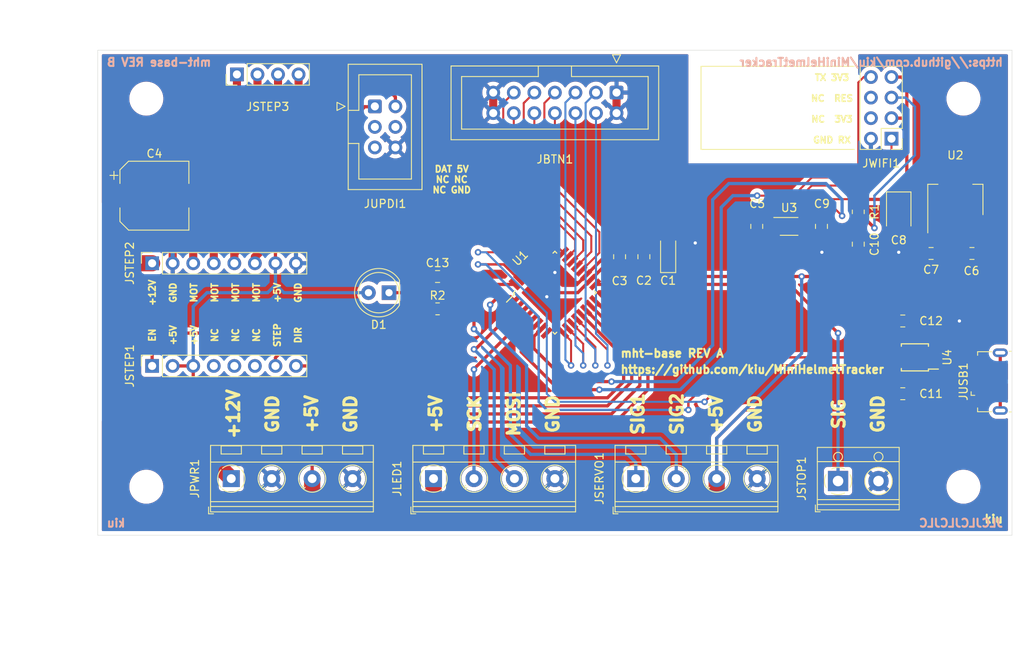
<source format=kicad_pcb>
(kicad_pcb (version 20211014) (generator pcbnew)
  (layers (0 "F.Cu" signal) (31 "B.Cu" signal) (34 "B.Paste" user) (35 "F.Paste" user) (36 "B.SilkS" user "B.Silkscreen") (37 "F.SilkS" user "F.Silkscreen") (38 "B.Mask" user) (39 "F.Mask" user) (44 "Edge.Cuts" user))
  (net 0 "")
  (net 1 "GND")
  (net 2 "+3V3")
  (net 3 "+5V")
  (net 4 "AMBIENT")
  (net 5 "+12V")
  (net 6 "Net-(C10-Pad1)")
  (net 7 "Net-(C11-Pad1)")
  (net 8 "BTN_LEAGUE")
  (net 9 "BTN_LEAGUE_LED")
  (net 10 "BTN_DIVISION")
  (net 11 "BTN_DIVISION_LED")
  (net 12 "BTN_CONFERENCE")
  (net 13 "BTN_CONFERENCE_LED")
  (net 14 "STEP_EN")
  (net 15 "STEP_STEP")
  (net 16 "STEP_DIR")
  (net 17 "BTN_PLAYOFFS")
  (net 18 "BTN_PLAYOFFS_LED")
  (net 19 "BTN_POWER")
  (net 20 "BTN_POWER_LED")
  (net 21 "SPI0_SCK")
  (net 22 "SPI0_MOSI")
  (net 23 "UPDI_DATA")
  (net 27 "USART0_RX")
  (net 28 "USART0_TX")
  (net 32 "Net-(JSTEP2-Pad3)")
  (net 33 "Net-(JSTEP2-Pad4)")
  (net 34 "Net-(JSTEP2-Pad5)")
  (net 35 "Net-(JSTEP2-Pad6)")
  (net 36 "Net-(JUSB1-Pad2)")
  (net 37 "Net-(JUSB1-Pad3)")
  (net 39 "unconnected-(JUSB1-Pad6)")
  (net 43 "USART1_TX")
  (net 44 "USART1_TX_3V3")
  (net 45 "USART1_RX_3V3")
  (net 46 "USART1_RX")
  (net 47 "SERVO_SIG1")
  (net 48 "SERVO_SIG2")
  (net 52 "STEP_STOP")
  (footprint "Capacitor_SMD:C_0805_2012Metric" (layer "F.Cu") (at 81 88)
    (fp_text reference "C13")
    (fp_text value "100nF")
  )
  (footprint "TerminalBlock_RND:TerminalBlock_RND_205-00047_1x04_P5.00mm_Horizontal" (layer "F.Cu") (at 80.5 113)
    (fp_text reference "JLED1")
    (fp_text value "Screw_Terminal_01x04")
  )
  (footprint "Resistor_SMD:R_0805_2012Metric" (layer "F.Cu") (at 81 92)
    (fp_text reference "R2")
    (fp_text value "10k")
  )
  (footprint "Connector_PinSocket_2.54mm:PinSocket_1x08_P2.54mm_Vertical" (layer "F.Cu") (at 45.72 99.06 90)
    (fp_text reference "JSTEP1")
    (fp_text value "Conn_01x08")
  )
  (footprint "Connector_PinSocket_2.54mm:PinSocket_1x08_P2.54mm_Vertical" (layer "F.Cu") (at 45.72 86.36 90)
    (fp_text reference "JSTEP2")
    (fp_text value "Conn_01x08")
  )
  (footprint "Capacitor_SMD:CP_Elec_8x10" (layer "F.Cu") (at 46 78)
    (fp_text reference "C4")
    (fp_text value "470uF")
  )
  (footprint "Capacitor_SMD:C_0805_2012Metric" (layer "F.Cu") (at 138.5 93.5 180)
    (fp_text reference "C12")
    (fp_text value "100nF")
  )
  (footprint "Capacitor_SMD:C_0805_2012Metric" (layer "F.Cu") (at 106.5 85.55 -90)
    (fp_text reference "C2")
    (fp_text value "100nF")
  )
  (footprint "Capacitor_SMD:C_0805_2012Metric" (layer "F.Cu") (at 138.5 102.5)
    (fp_text reference "C11")
    (fp_text value "10nF")
  )
  (footprint "TerminalBlock_RND:TerminalBlock_RND_205-00047_1x04_P5.00mm_Horizontal" (layer "F.Cu") (at 55.5 113)
    (fp_text reference "JPWR1")
    (fp_text value "Screw_Terminal_01x04")
  )
  (footprint "Package_SO:VSSOP-8_2.3x2mm_P0.5mm" (layer "F.Cu") (at 124.45 81.8)
    (fp_text reference "U3")
    (fp_text value "TXS0102DCU")
  )
  (footprint "MountingHole:MountingHole_3.2mm_M3" (layer "F.Cu") (at 146 66)
    (fp_text reference "H2" hide)
    (fp_text value "MountingHole")
  )
  (footprint "TerminalBlock_RND:TerminalBlock_RND_205-00012_1x02_P5.00mm_Horizontal" (layer "F.Cu") (at 130.5 113.3)
    (fp_text reference "JSTOP1")
    (fp_text value "Conn_01x02")
  )
  (footprint "MountingHole:MountingHole_3.2mm_M3" (layer "F.Cu") (at 45 66)
    (fp_text reference "H1" hide)
    (fp_text value "MountingHole")
  )
  (footprint "Capacitor_SMD:C_0805_2012Metric" (layer "F.Cu") (at 142 85.15)
    (fp_text reference "C7")
    (fp_text value "4.7uF")
  )
  (footprint "LED_THT:LED_D5.0mm" (layer "F.Cu") (at 75 90 180)
    (fp_text reference "D1")
    (fp_text value "LED")
  )
  (footprint "Capacitor_Tantalum_SMD:CP_EIA-3528-21_Kemet-B" (layer "F.Cu") (at 138 80 -90)
    (fp_text reference "C8")
    (fp_text value "100uF")
  )
  (footprint "Capacitor_SMD:C_0805_2012Metric" (layer "F.Cu") (at 120.45 81.8 -90)
    (fp_text reference "C5")
    (fp_text value "100nF")
  )
  (footprint "MountingHole:MountingHole_3.2mm_M3" (layer "F.Cu") (at 146 114)
    (fp_text reference "H3" hide)
    (fp_text value "MountingHole")
  )
  (footprint "Package_SO:MSOP-10_3x3mm_P0.5mm" (layer "F.Cu") (at 140 98 180)
    (fp_text reference "U4")
    (fp_text value "CH340E")
  )
  (footprint "Capacitor_SMD:C_0805_2012Metric" (layer "F.Cu") (at 133 84 -90)
    (fp_text reference "C10")
    (fp_text value "100nF")
  )
  (footprint "Capacitor_SMD:C_0805_2012Metric" (layer "F.Cu") (at 147.05 85.15)
    (fp_text reference "C6")
    (fp_text value "1uF")
  )
  (footprint "Connector_IDC:IDC-Header_2x07_P2.54mm_Vertical" (layer "F.Cu") (at 103.12 65.2475 -90)
    (fp_text reference "JBTN1")
    (fp_text value "Conn_02x07_Odd_Even")
  )
  (footprint "Connector_PinHeader_2.54mm:PinHeader_2x04_P2.54mm_Vertical" (layer "F.Cu") (at 137.105 70.95 180)
    (fp_text reference "JWIFI1")
    (fp_text value "Conn_02x04_Odd_Even")
  )
  (footprint "TerminalBlock_RND:TerminalBlock_RND_205-00047_1x04_P5.00mm_Horizontal" (layer "F.Cu") (at 105.5 113)
    (fp_text reference "JSERVO1")
    (fp_text value "Screw_Terminal_01x04")
  )
  (footprint "Capacitor_Tantalum_SMD:CP_EIA-3216-18_Kemet-A" (layer "F.Cu") (at 109.5 85.2 90)
    (fp_text reference "C1")
    (fp_text value "10uF")
  )
  (footprint "Resistor_SMD:R_0805_2012Metric" (layer "F.Cu") (at 133 80 -90)
    (fp_text reference "R1")
    (fp_text value "10k")
  )
  (footprint "Capacitor_SMD:C_0805_2012Metric" (layer "F.Cu") (at 128.45 81.8 -90)
    (fp_text reference "C9")
    (fp_text value "100nF")
  )
  (footprint "Package_TO_SOT_SMD:SOT-223-3_TabPin2" (layer "F.Cu") (at 145 78.5 90)
    (fp_text reference "U2")
    (fp_text value "AP7361C-33E")
  )
  (footprint "Package_QFP:TQFP-32_7x7mm_P0.8mm" (layer "F.Cu") (at 95.5 90 45)
    (fp_text reference "U1")
    (fp_text value "AVR64XX32")
  )
  (footprint "Connector_IDC:IDC-Header_2x03_P2.54mm_Vertical" (layer "F.Cu") (at 73.2475 66.955)
    (fp_text reference "JUPDI1")
    (fp_text value "Conn_02x03_Odd_Even")
  )
  (footprint "MountingHole:MountingHole_3.2mm_M3" (layer "F.Cu") (at 45 114)
    (fp_text reference "H4" hide)
    (fp_text value "MountingHole")
  )
  (footprint "kiu-footprints:GCT-USB3076-30-A" (layer "F.Cu") (at 152 101 90)
    (fp_text reference "JUSB1")
    (fp_text value "USB_B_Micro")
  )
  (footprint "Connector_PinHeader_2.54mm:PinHeader_1x04_P2.54mm_Vertical" (layer "F.Cu") (at 56.2 63 90)
    (fp_text reference "JSTEP3")
    (fp_text value "Conn_01x04")
  )
  (footprint "Capacitor_SMD:C_0805_2012Metric" (layer "F.Cu") (at 103.5 85.55 -90)
    (fp_text reference "C3")
    (fp_text value "10nF")
  )
  (gr_line (start 113.565 62) (end 113.565 72.28) (layer "F.SilkS") (width 0.12))
  (gr_line (start 132.5 62) (end 113.565 62) (layer "F.SilkS") (width 0.12))
  (gr_line (start 132.5 72.28) (end 113.565 72.28) (layer "F.SilkS") (width 0.12))
  (gr_line (start 39 60) (end 39 120) (layer "Edge.Cuts") (width 0.05))
  (gr_line (start 152 60) (end 39 60) (layer "Edge.Cuts") (width 0.05))
  (gr_line (start 152 60) (end 152 120) (layer "Edge.Cuts") (width 0.05))
  (gr_line (start 39 120) (end 152 120) (layer "Edge.Cuts") (width 0.05))
  (gr_text "JLCJLCJLCJLC" (at 151 118.5) (layer "B.SilkS") (effects (font (size 1 1) (thickness 0.25)) (justify left mirror)))
  (gr_text "kiu" (at 40 118.5) (layer "B.SilkS") (effects (font (size 1 1) (thickness 0.25)) (justify right mirror)))
  (gr_text "https://github.com/kiu/MiniHelmetTracker" (at 151 61.5) (layer "B.SilkS") (effects (font (size 1 1) (thickness 0.25)) (justify left mirror)))
  (gr_text "mht-base REV B" (at 40 61.5) (layer "B.SilkS") (effects (font (size 1 1) (thickness 0.25)) (justify right mirror)))
  (gr_text "SIG1\n\nSIG2\n\n+5V\n\nGND" (at 113 105 90) (layer "F.SilkS") (effects (font (size 1.5 1.5) (thickness 0.375))))
  (gr_text "kiu" (at 151 118) (layer "F.SilkS") (effects (font (size 1 1) (thickness 0.25)) (justify right)))
  (gr_text "mht-base REV A" (at 103.5 97.5) (layer "F.SilkS") (effects (font (size 1 1) (thickness 0.25)) (justify left)))
  (gr_text "https://github.com/kiu/MiniHelmetTracker" (at 103.5 99.5) (layer "F.SilkS") (effects (font (size 1 1) (thickness 0.25)) (justify left)))
  (gr_text "DAT 5V\nNC NC\nNC GND" (at 82.75 76) (layer "F.SilkS") (effects (font (size 0.8 0.8) (thickness 0.2))))
  (gr_text "EN\n\n+5V\n\n+5V\n\nNC\n\nNC\n\nNC\n\nSTEP\n\nDIR" (at 54.75 95.25 90) (layer "F.SilkS") (effects (font (size 0.8 0.8) (thickness 0.2))))
  (gr_text "+12V\n\nGND\n\n+5V\n\nGND" (at 63 105 90) (layer "F.SilkS") (effects (font (size 1.5 1.5) (thickness 0.375))))
  (gr_text "+12V\n\nGND\n\nMOT\n\nMOT\n\nMOT\n\nMOT\n\n+5V\n\nGND" (at 54.75 90 90) (layer "F.SilkS") (effects (font (size 0.8 0.8) (thickness 0.2))))
  (gr_text "+5V\n\nSCK\n\nMOSI\n\nGND" (at 88 105 90) (layer "F.SilkS") (effects (font (size 1.5 1.5) (thickness 0.375))))
  (gr_text "TX 3V3\n\nNC  RES\n\nNC  3V3\n\nGND RX" (at 129.75 67.25) (layer "F.SilkS") (effects (font (size 0.8 0.8) (thickness 0.2))))
  (gr_text "SIG\n\nGND" (at 133 105 90) (layer "F.SilkS") (effects (font (size 1.5 1.5) (thickness 0.375))))
  (segment (start 106.5 84.6) (end 108.75 84.6) (width 0.4) (layer "F.Cu") (net 1))
  (segment (start 108.75 84.6) (end 109.5 83.85) (width 0.4) (layer "F.Cu") (net 1))
  (segment (start 63.5 84.5) (end 63.5 86.36) (width 0.4) (layer "F.Cu") (net 1))
  (segment (start 122.9 81.55) (end 121.15 81.55) (width 0.25) (layer "F.Cu") (net 1))
  (segment (start 145.5 97.5) (end 145 98) (width 0.4) (layer "F.Cu") (net 1))
  (segment (start 118.5 83.5) (end 119 84) (width 0.25) (layer "F.Cu") (net 1))
  (segment (start 119.15 80.85) (end 118.5 81.5) (width 0.25) (layer "F.Cu") (net 1))
  (segment (start 128 84) (end 128.45 83.55) (width 0.25) (layer "F.Cu") (net 1))
  (segment (start 99.353732 87.843324) (end 102.597056 84.6) (width 0.4) (layer "F.Cu") (net 1))
  (segment (start 146.7 99.7) (end 145 98) (width 0.25) (layer "F.Cu") (net 1))
  (segment (start 138 85) (end 133.05 85) (width 0.4) (layer "F.Cu") (net 1))
  (segment (start 147.9 99.7) (end 146.7 99.7) (width 0.25) (layer "F.Cu") (net 1))
  (segment (start 94.5 89.565686) (end 94.5 90.5) (width 0.4) (layer "F.Cu") (net 1))
  (segment (start 118.5 81.5) (end 118.5 83.5) (width 0.25) (layer "F.Cu") (net 1))
  (segment (start 128 84) (end 128.5 84.5) (width 0.25) (layer "F.Cu") (net 1))
  (segment (start 133.05 85) (end 133 84.95) (width 0.4) (layer "F.Cu") (net 1))
  (segment (start 119 84) (end 128 84) (width 0.25) (layer "F.Cu") (net 1))
  (segment (start 142.2 98) (end 145 98) (width 0.25) (layer "F.Cu") (net 1))
  (segment (start 65 83) (end 63.5 84.5) (width 0.4) (layer "F.Cu") (net 1))
  (segment (start 102.597056 84.6) (end 103.5 84.6) (width 0.4) (layer "F.Cu") (net 1))
  (segment (start 87.88 65.2125) (end 87.88 67.7525) (width 1) (layer "F.Cu") (net 1))
  (segment (start 92.211953 87.277639) (end 87.934314 83) (width 0.4) (layer "F.Cu") (net 1))
  (segment (start 103.5 84.6) (end 106.5 84.6) (width 0.4) (layer "F.Cu") (net 1))
  (segment (start 128.45 83.55) (end 128.45 82.75) (width 0.25) (layer "F.Cu") (net 1))
  (segment (start 140.9 85) (end 141.05 85.15) (width 0.4) (layer "F.Cu") (net 1))
  (segment (start 48.26 86.36) (end 48.26 78.99) (width 1) (layer "F.Cu") (net 1))
  (segment (start 145.5 87) (end 146.1 86.4) (width 0.4) (layer "F.Cu") (net 1))
  (segment (start 109.5 83.85) (end 112.85 83.85) (width 0.4) (layer "F.Cu") (net 1))
  (segment (start 138 85) (end 140 87) (width 0.4) (layer "F.Cu") (net 1))
  (segment (start 48.26 78.99) (end 49.25 78) (width 1) (layer "F.Cu") (net 1))
  (segment (start 120.45 80.85) (end 119.15 80.85) (width 0.25) (layer "F.Cu") (net 1))
  (segment (start 87.934314 83) (end 65 83) (width 0.4) (layer "F.Cu") (net 1))
  (segment (start 97 89) (end 95.5 87.5) (width 0.4) (layer "F.Cu") (net 1))
  (segment (start 145.5 93.5) (end 139.45 93.5) (width 0.4) (layer "F.Cu") (net 1))
  (segment (start 138 81.5375) (end 138 85) (width 0.4) (layer "F.Cu") (net 1))
  (segment (start 140 87) (end 145.5 87) (width 0.4) (layer "F.Cu") (net 1))
  (segment (start 98.197056 89) (end 97 89) (width 0.4) (layer "F.Cu") (net 1))
  (segment (start 103.12 65.2125) (end 103.12 67.7525) (width 1) (layer "F.Cu") (net 1))
  (segment (start 121.15 81.55) (end 120.45 80.85) (width 0.25) (layer "F.Cu") (net 1))
  (segment (start 145.5 93.5) (end 145.5 97.5) (width 0.4) (layer "F.Cu") (net 1))
  (segment (start 99.353732 87.843324) (end 98.197056 89) (width 0.4) (layer "F.Cu") (net 1))
  (segment (start 138 85) (end 140.9 85) (width 0.4) (layer "F.Cu") (net 1))
  (segment (start 146.1 86.4) (end 146.1 85.15) (width 0.4) (layer "F.Cu") (net 1))
  (segment (start 128.5 84.5) (end 128.5 85) (width 0.25) (layer "F.Cu") (net 1))
  (segment (start 92.211953 87.277639) (end 94.5 89.565686) (width 0.4) (layer "F.Cu") (net 1))
  (via (at 95.5 87.5) (size 0.8) (drill 0.4) (layers "F.Cu" "B.Cu") (net 1))
  (via (at 145.5 93.5) (size 0.8) (drill 0.4) (layers "F.Cu" "B.Cu") (net 1))
  (via (at 128.5 85) (size 0.8) (drill 0.4) (layers "F.Cu" "B.Cu") (net 1))
  (via (at 112.85 83.85) (size 0.8) (drill 0.4) (layers "F.Cu" "B.Cu") (net 1))
  (via (at 138 85) (size 0.8) (drill 0.4) (layers "F.Cu" "B.Cu") (net 1))
  (via (at 94.5 90.5) (size 0.8) (drill 0.4) (layers "F.Cu" "B.Cu") (net 1))
  (segment (start 94.5 90.5) (end 94.5 88.5) (width 0.4) (layer "B.Cu") (net 1))
  (segment (start 94.5 88.5) (end 95.5 87.5) (width 0.4) (layer "B.Cu") (net 1))
  (segment (start 127.075 82.425) (end 126.7 82.05) (width 0.25) (layer "F.Cu") (net 2))
  (segment (start 139 77.4625) (end 138 78.4625) (width 0.4) (layer "F.Cu") (net 2))
  (segment (start 126.932148 78.432148) (end 124.949511 80.414785) (width 0.25) (layer "F.Cu") (net 2))
  (segment (start 139 69) (end 138.41 68.41) (width 0.4) (layer "F.Cu") (net 2))
  (segment (start 145 81.65) (end 145 83.15) (width 0.4) (layer "F.Cu") (net 2))
  (segment (start 124.949511 80.414785) (end 124.949511 81.834237) (width 0.25) (layer "F.Cu") (net 2))
  (segment (start 133.625 78.4625) (end 133 79.0875) (width 0.4) (layer "F.Cu") (net 2))
  (segment (start 138.33 63.33) (end 139 64) (width 0.4) (layer "F.Cu") (net 2))
  (segment (start 127.075 82.925) (end 127.075 82.425) (width 0.25) (layer "F.Cu") (net 2))
  (segment (start 145 75.35) (end 145 81.65) (width 0.4) (layer "F.Cu") (net 2))
  (segment (start 143 85.15) (end 142.95 85.15) (width 0.4) (layer "F.Cu") (net 2))
  (segment (start 122.9 82.05) (end 121.15 82.05) (width 0.25) (layer "F.Cu") (net 2))
  (segment (start 137.105 63.33) (end 138.33 63.33) (width 0.4) (layer "F.Cu") (net 2))
  (segment (start 139 71) (end 139 77.4625) (width 0.4) (layer "F.Cu") (net 2))
  (segment (start 120.45 82.75) (end 121.2 83.5) (width 0.25) (layer "F.Cu") (net 2))
  (segment (start 145 75.35) (end 141.1125 75.35) (width 0.4) (layer "F.Cu") (net 2))
  (segment (start 132.344648 78.432148) (end 126.932148 78.432148) (width 0.25) (layer "F.Cu") (net 2))
  (segment (start 126.7 82.05) (end 126 82.05) (width 0.25) (layer "F.Cu") (net 2))
  (segment (start 141.1125 75.35) (end 139 77.4625) (width 0.4) (layer "F.Cu") (net 2))
  (segment (start 124.949511 81.834237) (end 125.165274 82.05) (width 0.25) (layer "F.Cu") (net 2))
  (segment (start 139 64) (end 139 69) (width 0.4) (layer "F.Cu") (net 2))
  (segment (start 138 78.4625) (end 133.625 78.4625) (width 0.4) (layer "F.Cu") (net 2))
  (segment (start 121.2 83.5) (end 126.5 83.5) (width 0.25) (layer "F.Cu") (net 2))
  (segment (start 145 83.15) (end 143 85.15) (width 0.4) (layer "F.Cu") (net 2))
  (segment (start 133 79.0875) (end 132.344648 78.432148) (width 0.25) (layer "F.Cu") (net 2))
  (segment (start 139 69) (end 139 71) (width 0.4) (layer "F.Cu") (net 2))
  (segment (start 126.5 83.5) (end 127.075 82.925) (width 0.25) (layer "F.Cu") (net 2))
  (segment (start 138.41 68.41) (end 137.105 68.41) (width 0.4) (layer "F.Cu") (net 2))
  (segment (start 125.165274 82.05) (end 126 82.05) (width 0.25) (layer "F.Cu") (net 2))
  (segment (start 121.15 82.05) (end 120.45 82.75) (width 0.25) (layer "F.Cu") (net 2))
  (segment (start 77.923918 81.923918) (end 87.989604 81.923918) (width 0.4) (layer "F.Cu") (net 3))
  (segment (start 139.5 104) (end 139.5 102.55) (width 0.4) (layer "F.Cu") (net 3))
  (segment (start 110.95 88) (end 129 88) (width 0.4) (layer "F.Cu") (net 3))
  (segment (start 75.7875 65.7875) (end 75 65) (width 0.4) (layer "F.Cu") (net 3))
  (segment (start 65.5 113) (end 65.5 115.5) (width 2) (layer "F.Cu") (net 3))
  (segment (start 134.95 91.95) (end 134.95 94.45) (width 0.4) (layer "F.Cu") (net 3))
  (segment (start 75.5 118) (end 79 118) (width 2) (layer "F.Cu") (net 3))
  (segment (start 75.7875 66.955) (end 75.7875 65.7875) (width 0.4) (layer "F.Cu") (net 3))
  (segment (start 134.95 94.45) (end 134.95 95.95) (width 0.4) (layer "F.Cu") (net 3))
  (segment (start 129 88) (end 131 88) (width 0.4) (layer "F.Cu") (net 3))
  (segment (start 72 65) (end 70 67) (width 0.4) (layer "F.Cu") (net 3))
  (segment (start 109.5 86.55) (end 110.95 88) (width 0.4) (layer "F.Cu") (net 3))
  (segment (start 128.45 80.85) (end 129.35 80.85) (width 0.25) (layer "F.Cu") (net 3))
  (segment (start 70 74) (end 77.923918 81.923918) (width 0.4) (layer "F.Cu") (net 3))
  (segment (start 148 85.15) (end 148 82.35) (width 0.4) (layer "F.Cu") (net 3))
  (segment (start 114 118) (end 115.5 116.5) (width 2) (layer "F.Cu") (net 3))
  (segment (start 64.076082 81.923918) (end 77.923918 81.923918) (width 0.4) (layer "F.Cu") (net 3))
  (segment (start 126 81.55) (end 127.75 81.55) (width 0.25) (layer "F.Cu") (net 3))
  (segment (start 92.777639 86.711953) (end 96.065686 90) (width 0.4) (layer "F.Cu") (net 3))
  (segment (start 135.9 93.5) (end 137.55 93.5) (width 0.4) (layer "F.Cu") (net 3))
  (segment (start 115.5 116.5) (end 115.5 113) (width 2) (layer "F.Cu") (net 3))
  (segment (start 65.5 113) (end 65.5 110.5) (width 0.4) (layer "F.Cu") (net 3))
  (segment (start 80.5 113) (end 80.5 116.5) (width 2) (layer "F.Cu") (net 3))
  (segment (start 131 88) (end 134.95 91.95) (width 0.4) (layer "F.Cu") (net 3))
  (segment (start 65.5 115.5) (end 68 118) (width 2) (layer "F.Cu") (net 3))
  (segment (start 80.5 116.5) (end 79 118) (width 2) (layer "F.Cu") (net 3))
  (segment (start 50.8 99.06) (end 50.8 101.8) (width 0.4) (layer "F.Cu") (net 3))
  (segment (start 136.5 97.5) (end 134.95 95.95) (width 0.25) (layer "F.Cu") (net 3))
  (segment (start 131 88) (end 146.5 88) (width 0.4) (layer "F.Cu") (net 3))
  (segment (start 139.5 102.55) (end 139.45 102.5) (width 0.4) (layer "F.Cu") (net 3))
  (segment (start 65.5 110.5) (end 58 103) (width 0.4) (layer "F.Cu") (net 3))
  (segment (start 70 67) (end 70 74) (width 0.4) (layer "F.Cu") (net 3))
  (segment (start 129.35 80.85) (end 130 81.5) (width 0.25) (layer "F.Cu") (net 3))
  (segment (start 106.5 86.5) (end 109.45 86.5) (width 0.4) (layer "F.Cu") (net 3))
  (segment (start 119 104.5) (end 139 104.5) (width 0.4) (layer "F.Cu") (net 3))
  (segment (start 48.26 99.06) (end 50.8 99.06) (width 0.4) (layer "F.Cu") (net 3))
  (segment (start 134.95 94.45) (end 135.9 93.5) (width 0.4) (layer "F.Cu") (net 3))
  (segment (start 50.8 101.8) (end 52 103) (width 0.4) (layer "F.Cu") (net 3))
  (segment (start 118.75 104.75) (end 119 104.5) (width 0.4) (layer "F.Cu") (net 3))
  (segment (start 79 118) (end 114 118) (width 2) (layer "F.Cu") (net 3))
  (segment (start 148 82.35) (end 147.3 81.65) (width 0.4) (layer "F.Cu") (net 3))
  (segment (start 115.5 108) (end 118.75 104.75) (width 0.4) (layer "F.Cu") (net 3))
  (segment (start 101.828427 86.5) (end 99.919417 88.40901) (width 0.4) (layer "F.Cu") (net 3))
  (segment (start 130 81.5) (end 130 87) (width 0.25) (layer "F.Cu") (net 3))
  (segment (start 52 103) (end 58 103) (width 0.4) (layer "F.Cu") (net 3))
  (segment (start 127.75 81.55) (end 128.45 80.85) (width 0.25) (layer "F.Cu") (net 3))
  (segment (start 146.5 88) (end 148 86.5) (width 0.4) (layer "F.Cu") (net 3))
  (segment (start 109.45 86.5) (end 109.5 86.55) (width 0.4) (layer "F.Cu") (net 3))
  (segment (start 96.065686 90) (end 98.328426 90) (width 0.4) (layer "F.Cu") (net 3))
  (segment (start 68 118) (end 75.5 118) (width 2) (layer "F.Cu") (net 3))
  (segment (start 137.8 97.5) (end 136.5 97.5) (width 0.25) (layer "F.Cu") (net 3))
  (segment (start 130 87) (end 129 88) (width 0.25) (layer "F.Cu") (net 3))
  (segment (start 115.5 113) (end 115.5 108) (width 0.4) (layer "F.Cu") (net 3))
  (segment (start 87.989604 81.923918) (end 92.777639 86.711953) (width 0.4) (layer "F.Cu") (net 3))
  (segment (start 148 86.5) (end 148 85.15) (width 0.4) (layer "F.Cu") (net 3))
  (segment (start 98.328426 90) (end 99.919417 88.40901) (width 0.4) (layer "F.Cu") (net 3))
  (segment (start 103.5 86.5) (end 106.5 86.5) (width 0.4) (layer "F.Cu") (net 3))
  (segment (start 139 104.5) (end 139.5 104) (width 0.4) (layer "F.Cu") (net 3))
  (segment (start 75 65) (end 72 65) (width 0.4) (layer "F.Cu") (net 3))
  (segment (start 103.5 86.5) (end 101.828427 86.5) (width 0.4) (layer "F.Cu") (net 3))
  (segment (start 60.96 86.36) (end 60.96 85.04) (width 0.4) (layer "F.Cu") (net 3))
  (segment (start 60.96 85.04) (end 64.076082 81.923918) (width 0.4) (layer "F.Cu") (net 3))
  (via (at 126 88) (size 0.8) (drill 0.4) (layers "F.Cu" "B.Cu") (net 3))
  (segment (start 60.96 88.96) (end 62 90) (width 0.4) (layer "B.Cu") (net 3))
  (segment (start 126 97.5) (end 126 88) (width 0.4) (layer "B.Cu") (net 3))
  (segment (start 50.8 91.7) (end 52.5 90) (width 0.4) (layer "B.Cu") (net 3))
  (segment (start 60.96 89.04) (end 60.96 88.96) (width 0.4) (layer "B.Cu") (net 3))
  (segment (start 52.5 90) (end 60 90) (width 0.4) (layer "B.Cu") (net 3))
  (segment (start 60 90) (end 60.96 89.04) (width 0.4) (layer "B.Cu") (net 3))
  (segment (start 50.8 99.06) (end 50.8 91.7) (width 0.4) (layer "B.Cu") (net 3))
  (segment (start 60.96 86.36) (end 60.96 88.96) (width 0.4) (layer "B.Cu") (net 3))
  (segment (start 62 90) (end 72.46 90) (width 0.4) (layer "B.Cu") (net 3))
  (segment (start 115.5 108) (end 126 97.5) (width 0.4) (layer "B.Cu") (net 3))
  (segment (start 115.5 113) (end 115.5 108) (width 0.4) (layer "B.Cu") (net 3))
  (segment (start 79 90) (end 80.05 88.95) (width 0.4) (layer "F.Cu") (net 4))
  (segment (start 80.0875 92) (end 80.0875 91.0875) (width 0.4) (layer "F.Cu") (net 4))
  (segment (start 80.05 88.95) (end 80.05 88) (width 0.4) (layer "F.Cu") (net 4))
  (segment (start 75 90) (end 79 90) (width 0.4) (layer "F.Cu") (net 4))
  (segment (start 102 103) (end 84.5 103) (width 0.4) (layer "F.Cu") (net 4))
  (segment (start 98.788047 92.722361) (end 104 97.934314) (width 0.4) (layer "F.Cu") (net 4))
  (segment (start 80.0875 91.0875) (end 79 90) (width 0.4) (layer "F.Cu") (net 4))
  (segment (start 80.0875 98.5875) (end 80.0875 92) (width 0.4) (layer "F.Cu") (net 4))
  (segment (start 84.5 103) (end 80.0875 98.5875) (width 0.4) (layer "F.Cu") (net 4))
  (segment (start 104 97.934314) (end 104 101) (width 0.4) (layer "F.Cu") (net 4))
  (segment (start 104 101) (end 102 103) (width 0.4) (layer "F.Cu") (net 4))
  (segment (start 41 105) (end 41 89) (width 2) (layer "F.Cu") (net 5))
  (segment (start 43 107) (end 41 105) (width 2) (layer "F.Cu") (net 5))
  (segment (start 45.72 86.36) (end 43.64 86.36) (width 2) (layer "F.Cu") (net 5))
  (segment (start 55.5 113) (end 49.5 107) (width 2) (layer "F.Cu") (net 5))
  (segment (start 49.5 107) (end 43 107) (width 2) (layer "F.Cu") (net 5))
  (segment (start 41 79.75) (end 42.75 78) (width 2) (layer "F.Cu") (net 5))
  (segment (start 41 89) (end 41 79.75) (width 2) (layer "F.Cu") (net 5))
  (segment (start 43.64 86.36) (end 41 89) (width 2) (layer "F.Cu") (net 5))
  (segment (start 133 80.9125) (end 133.9125 80.9125) (width 0.4) (layer "F.Cu") (net 6))
  (segment (start 133 83.05) (end 133 80.9125) (width 0.4) (layer "F.Cu") (net 6))
  (segment (start 133.9125 80.9125) (end 135 82) (width 0.4) (layer "F.Cu") (net 6))
  (via (at 135 82) (size 0.8) (drill 0.4) (layers "F.Cu" "B.Cu") (net 6))
  (segment (start 140 73) (end 137 76) (width 0.3) (layer "B.Cu") (net 6))
  (segment (start 136.5 76.5) (end 135 78) (width 0.3) (layer "B.Cu") (net 6))
  (segment (start 138.87 65.87) (end 140 67) (width 0.3) (layer "B.Cu") (net 6))
  (segment (start 135 78) (end 135 82) (width 0.3) (layer "B.Cu") (net 6))
  (segment (start 140 67) (end 140 68.765) (width 0.3) (layer "B.Cu") (net 6))
  (segment (start 140 68.765) (end 140 73) (width 0.3) (layer "B.Cu") (net 6))
  (segment (start 137.105 65.87) (end 138.87 65.87) (width 0.3) (layer "B.Cu") (net 6))
  (segment (start 137 76) (end 136.5 76.5) (width 0.3) (layer "B.Cu") (net 6))
  (segment (start 137.8 99) (end 137.8 102.25) (width 0.25) (layer "F.Cu") (net 7))
  (segment (start 137.8 102.25) (end 137.55 102.5) (width 0.25) (layer "F.Cu") (net 7))
  (segment (start 95.5 65.2475) (end 94.2 66.5475) (width 0.25) (layer "F.Cu") (net 8))
  (segment (start 100 84.934314) (end 98.222361 86.711953) (width 0.25) (layer "F.Cu") (net 8))
  (segment (start 94.2 77.2) (end 100 83) (width 0.25) (layer "F.Cu") (net 8))
  (segment (start 94.2 66.5475) (end 94.2 77.2) (width 0.25) (layer "F.Cu") (net 8))
  (segment (start 100 83) (end 100 84.934314) (width 0.25) (layer "F.Cu") (net 8))
  (segment (start 101 85.065686) (end 98.788047 87.277639) (width 0.25) (layer "F.Cu") (net 9))
  (segment (start 95.5 77) (end 95.5 67.7875) (width 0.25) (layer "F.Cu") (net 9))
  (segment (start 101 82.5) (end 101 85.065686) (width 0.25) (layer "F.Cu") (net 9))
  (segment (start 101 82.5) (end 95.5 77) (width 0.25) (layer "F.Cu") (net 9))
  (segment (start 89.254899 79.795101) (end 94.474695 85.014897) (width 0.25) (layer "F.Cu") (net 10))
  (segment (start 89.1175 79.657702) (end 89.254899 79.795101) (width 0.25) (layer "F.Cu") (net 10))
  (segment (start 89.1175 66.55) (end 90.42 65.2475) (width 0.25) (layer "F.Cu") (net 10))
  (segment (start 89.1175 66.55) (end 89.1175 79.657702) (width 0.25) (layer "F.Cu") (net 10))
  (segment (start 90.42 78.909592) (end 90.42 67.7875) (width 0.25) (layer "F.Cu") (net 11))
  (segment (start 96.525305 85.014897) (end 90.42 78.909592) (width 0.25) (layer "F.Cu") (net 11))
  (segment (start 91.785489 66.422011) (end 91.777989 66.422011) (width 0.25) (layer "F.Cu") (net 12))
  (segment (start 91.65 66.55) (end 91.65 77.15) (width 0.25) (layer "F.Cu") (net 12))
  (segment (start 91.65 77.15) (end 98 83.5) (width 0.25) (layer "F.Cu") (net 12))
  (segment (start 98 84.671573) (end 97.09099 85.580583) (width 0.25) (layer "F.Cu") (net 12))
  (segment (start 98 83.5) (end 98 84.671573) (width 0.25) (layer "F.Cu") (net 12))
  (segment (start 92.96 65.2475) (end 91.785489 66.422011) (width 0.25) (layer "F.Cu") (net 12))
  (segment (start 91.777989 66.422011) (end 91.65 66.55) (width 0.25) (layer "F.Cu") (net 12))
  (segment (start 92.96 77.46) (end 92.96 67.7875) (width 0.25) (layer "F.Cu") (net 13))
  (segment (start 99 84.802944) (end 99 83.5) (width 0.25) (layer "F.Cu") (net 13))
  (segment (start 97.656676 86.146268) (end 99 84.802944) (width 0.25) (layer "F.Cu") (net 13))
  (segment (start 99 83.5) (end 92.96 77.46) (width 0.25) (layer "F.Cu") (net 13))
  (segment (start 102 104) (end 83.5 104) (width 0.4) (layer "F.Cu") (net 14))
  (segment (start 105 101) (end 102 104) (width 0.4) (layer "F.Cu") (net 14))
  (segment (start 45.72 96.28) (end 45.72 99.06) (width 0.4) (layer "F.Cu") (net 14))
  (segment (start 83.5 104) (end 74.5 95) (width 0.4) (layer "F.Cu") (net 14))
  (segment (start 99.353732 92.156676) (end 105 97.802944) (width 0.4) (layer "F.Cu") (net 14))
  (segment (start 47 95) (end 45.72 96.28) (width 0.4) (layer "F.Cu") (net 14))
  (segment (start 105 97.802944) (end 105 101) (width 0.4) (layer "F.Cu") (net 14))
  (segment (start 74.5 95) (end 47 95) (width 0.4) (layer "F.Cu") (net 14))
  (segment (start 102.5 105) (end 82.5 105) (width 0.4) (layer "F.Cu") (net 15))
  (segment (start 82.5 105) (end 74.5 97) (width 0.4) (layer "F.Cu") (net 15))
  (segment (start 60.96 98.04) (end 60.96 99.06) (width 0.4) (layer "F.Cu") (net 15))
  (segment (start 106 101.5) (end 102.5 105) (width 0.4) (layer "F.Cu") (net 15))
  (segment (start 74.5 97) (end 62 97) (width 0.4) (layer "F.Cu") (net 15))
  (segment (start 62 97) (end 60.96 98.04) (width 0.4) (layer "F.Cu") (net 15))
  (segment (start 99.919417 91.59099) (end 106 97.671573) (width 0.4) (layer "F.Cu") (net 15))
  (segment (start 106 97.671573) (end 106 101.5) (width 0.4) (layer "F.Cu") (net 15))
  (segment (start 107 97.540202) (end 107 102) (width 0.4) (layer "F.Cu") (net 16))
  (segment (start 107 102) (end 103 106) (width 0.4) (layer "F.Cu") (net 16))
  (segment (start 103 106) (end 81.5 106) (width 0.4) (layer "F.Cu") (net 16))
  (segment (start 100.485103 91.025305) (end 107 97.540202) (width 0.4) (layer "F.Cu") (net 16))
  (segment (start 74.56 99.06) (end 63.5 99.06) (width 0.4) (layer "F.Cu") (net 16))
  (segment (start 81.5 106) (end 74.56 99.06) (width 0.4) (layer "F.Cu") (net 16))
  (segment (start 96.525305 94.985103) (end 97.5 95.959798) (width 0.25) (layer "F.Cu") (net 17))
  (segment (start 97.5 95.959798) (end 97.5 99) (width 0.25) (layer "F.Cu") (net 17))
  (via (at 97.5 99) (size 0.8) (drill 0.4) (layers "F.Cu" "B.Cu") (net 17))
  (segment (start 96.8 66.4875) (end 96.8 98.3) (width 0.25) (layer "B.Cu") (net 17))
  (segment (start 98.04 65.2475) (end 96.8 66.4875) (width 0.25) (layer "B.Cu") (net 17))
  (segment (start 96.8 98.3) (end 97.5 99) (width 0.25) (layer "B.Cu") (net 17))
  (segment (start 97.09099 94.419417) (end 99 96.328427) (width 0.25) (layer "F.Cu") (net 18))
  (segment (start 99 96.328427) (end 99 99) (width 0.25) (layer "F.Cu") (net 18))
  (via (at 99 99) (size 0.8) (drill 0.4) (layers "F.Cu" "B.Cu") (net 18))
  (segment (start 99 97.5) (end 99 99) (width 0.25) (layer "B.Cu") (net 18))
  (segment (start 98.04 67.7875) (end 98.04 96.54) (width 0.25) (layer "B.Cu") (net 18))
  (segment (start 98.04 96.54) (end 99 97.5) (width 0.25) (layer "B.Cu") (net 18))
  (segment (start 97.656676 93.853732) (end 100.5 96.697056) (width 0.25) (layer "F.Cu") (net 19))
  (segment (start 100.5 96.697056) (end 100.5 99) (width 0.25) (layer "F.Cu") (net 19))
  (via (at 100.5 99) (size 0.8) (drill 0.4) (layers "F.Cu" "B.Cu") (net 19))
  (segment (start 100.58 65.2475) (end 99.3 66.5275) (width 0.25) (layer "B.Cu") (net 19))
  (segment (start 99.3 66.5275) (end 99.3 95.8) (width 0.25) (layer "B.Cu") (net 19))
  (segment (start 99.3 95.8) (end 100.5 97) (width 0.25) (layer "B.Cu") (net 19))
  (segment (start 100.5 97) (end 100.5 99) (width 0.25) (layer "B.Cu") (net 19))
  (segment (start 98.222361 93.288047) (end 102 97.065686) (width 0.25) (layer "F.Cu") (net 20))
  (segment (start 102 97.065686) (end 102 99) (width 0.25) (layer "F.Cu") (net 20))
  (via (at 102 99) (size 0.8) (drill 0.4) (layers "F.Cu" "B.Cu") (net 20))
  (segment (start 100.58 67.7875) (end 100.58 95.08) (width 0.25) (layer "B.Cu") (net 20))
  (segment (start 100.58 95.08) (end 102 96.5) (width 0.25) (layer "B.Cu") (net 20))
  (segment (start 102 96.5) (end 102 99) (width 0.25) (layer "B.Cu") (net 20))
  (segment (start 92.211953 92.722361) (end 88.934314 96) (width 0.4) (layer "F.Cu") (net 21))
  (segment (start 88.934314 96) (end 85.5 99.434314) (width 0.4) (layer "F.Cu") (net 21))
  (via (at 85.5 99.5) (size 0.8) (drill 0.4) (layers "F.Cu" "B.Cu") (net 21))
  (segment (start 85.5 113) (end 85.5 99.5) (width 0.4) (layer "B.Cu") (net 21))
  (segment (start 85.671573 97) (end 85.5 97) (width 0.4) (layer "F.Cu") (net 22))
  (segment (start 91.080583 91.59099) (end 85.671573 97) (width 0.4) (layer "F.Cu") (net 22))
  (via (at 85.5 97) (size 0.8) (drill 0.4) (layers "F.Cu" "B.Cu") (net 22))
  (segment (start 88 110.5) (end 90.5 113) (width 0.4) (layer "B.Cu") (net 22))
  (segment (start 88 99.5) (end 88 110.5) (width 0.4) (layer "B.Cu") (net 22))
  (segment (start 85.5 97) (end 88 99.5) (width 0.4) (layer "B.Cu") (net 22))
  (segment (start 73.2475 66.955) (end 73.2025 67) (width 0.4) (layer "F.Cu") (net 23))
  (segment (start 88.197056 81) (end 93.343324 86.146268) (width 0.4) (layer "F.Cu") (net 23))
  (segment (start 71 73) (end 79 81) (width 0.4) (layer "F.Cu") (net 23))
  (segment (start 72 67) (end 71 68) (width 0.4) (layer "F.Cu") (net 23))
  (segment (start 79 81) (end 88.197056 81) (width 0.4) (layer "F.Cu") (net 23))
  (segment (start 71 68) (end 71 73) (width 0.4) (layer "F.Cu") (net 23))
  (segment (start 73.2025 67) (end 72 67) (width 0.4) (layer "F.Cu") (net 23))
  (segment (start 112 104.5) (end 112 103.5) (width 0.3) (layer "F.Cu") (net 27))
  (segment (start 89.171573 86.5) (end 89.671573 87) (width 0.3) (layer "F.Cu") (net 27))
  (segment (start 137.8 98) (end 117.5 98) (width 0.3) (layer "F.Cu") (net 27))
  (segment (start 86 86.5) (end 89.171573 86.5) (width 0.3) (layer "F.Cu") (net 27))
  (segment (start 91.080583 88.40901) (end 89.671573 87) (width 0.3) (layer "F.Cu") (net 27))
  (segment (start 112 103.5) (end 117.5 98) (width 0.3) (layer "F.Cu") (net 27))
  (via (at 112 104.5) (size 0.8) (drill 0.4) (layers "F.Cu" "B.Cu") (net 27))
  (via (at 86 86.5) (size 0.8) (drill 0.4) (layers "F.Cu" "B.Cu") (net 27))
  (segment (start 94.5 104.5) (end 93.5 103.5) (width 0.3) (layer "B.Cu") (net 27))
  (segment (start 93.5 93) (end 87 86.5) (width 0.3) (layer "B.Cu") (net 27))
  (segment (start 87 86.5) (end 86 86.5) (width 0.3) (layer "B.Cu") (net 27))
  (segment (start 93.5 103.5) (end 93.5 93) (width 0.3) (layer "B.Cu") (net 27))
  (segment (start 112 104.5) (end 94.5 104.5) (width 0.3) (layer "B.Cu") (net 27))
  (segment (start 118.5 99) (end 135.5 99) (width 0.3) (layer "F.Cu") (net 28))
  (segment (start 88.802944 85) (end 86 85) (width 0.25) (layer "F.Cu") (net 28))
  (segment (start 118.5 99) (end 114 103.5) (width 0.3) (layer "F.Cu") (net 28))
  (segment (start 91.646268 87.843324) (end 88.802944 85) (width 0.25) (layer "F.Cu") (net 28))
  (segment (start 137.8 98.5) (end 136 98.5) (width 0.3) (layer "F.Cu") (net 28))
  (segment (start 135.5 99) (end 136 98.5) (width 0.3) (layer "F.Cu") (net 28))
  (via (at 114 103.5) (size 0.8) (drill 0.4) (layers "F.Cu" "B.Cu") (net 28))
  (via (at 86 85) (size 0.8) (drill 0.4) (layers "F.Cu" "B.Cu") (net 28))
  (segment (start 114 103.5) (end 95.5 103.5) (width 0.25) (layer "B.Cu") (net 28))
  (segment (start 95.5 103.5) (end 94.5 102.5) (width 0.25) (layer "B.Cu") (net 28))
  (segment (start 94.5 102.5) (end 94.5 92.5) (width 0.25) (layer "B.Cu") (net 28))
  (segment (start 94.5 92.5) (end 87 85) (width 0.25) (layer "B.Cu") (net 28))
  (segment (start 87 85) (end 86 85) (width 0.25) (layer "B.Cu") (net 28))
  (segment (start 50.8 84.2) (end 56.2 78.8) (width 1) (layer "F.Cu") (net 32))
  (segment (start 50.8 86.36) (end 50.8 84.2) (width 1) (layer "F.Cu") (net 32))
  (segment (start 56.2 78.8) (end 56.2 63) (width 1) (layer "F.Cu") (net 32))
  (segment (start 53.34 84.66) (end 58.74 79.26) (width 1) (layer "F.Cu") (net 33))
  (segment (start 53.34 86.36) (end 53.34 84.66) (width 1) (layer "F.Cu") (net 33))
  (segment (start 58.74 79.26) (end 58.74 63) (width 1) (layer "F.Cu") (net 33))
  (segment (start 61.28 79.72) (end 61.28 63) (width 1) (layer "F.Cu") (net 34))
  (segment (start 55.88 85.12) (end 61.28 79.72) (width 1) (layer "F.Cu") (net 34))
  (segment (start 55.88 86.36) (end 55.88 85.12) (width 1) (layer "F.Cu") (net 34))
  (segment (start 63.82 80.18) (end 63.82 63) (width 1) (layer "F.Cu") (net 35))
  (segment (start 58.42 86.36) (end 58.42 85.58) (width 1) (layer "F.Cu") (net 35))
  (segment (start 58.42 85.58) (end 63.82 80.18) (width 1) (layer "F.Cu") (net 35))
  (segment (start 144.5 100.5) (end 145.65 101.65) (width 0.25) (layer "F.Cu") (net 36))
  (segment (start 142.2 98.5) (end 141 98.5) (width 0.25) (layer "F.Cu") (net 36))
  (segment (start 141 98.5) (end 140.5 99) (width 0.25) (layer "F.Cu") (net 36))
  (segment (start 140.5 100) (end 141 100.5) (width 0.25) (layer "F.Cu") (net 36))
  (segment (start 140.5 99) (end 140.5 100) (width 0.25) (layer "F.Cu") (net 36))
  (segment (start 141 100.5) (end 144.5 100.5) (width 0.25) (layer "F.Cu") (net 36))
  (segment (start 145.65 101.65) (end 147.9 101.65) (width 0.25) (layer "F.Cu") (net 36))
  (segment (start 144.5 99) (end 142.2 99) (width 0.25) (layer "F.Cu") (net 37))
  (segment (start 146.5 101) (end 144.5 99) (width 0.25) (layer "F.Cu") (net 37))
  (segment (start 147.9 101) (end 146.5 101) (width 0.25) (layer "F.Cu") (net 37))
  (segment (start 150.55 104.575) (end 150.55 102.2375) (width 0.4) (layer "F.Cu") (net 39))
  (segment (start 150.55 97.425) (end 150.55 99.7625) (width 0.4) (layer "F.Cu") (net 39))
  (segment (start 149.4675 103.32) (end 150.55 102.2375) (width 0.4) (layer "F.Cu") (net 39))
  (segment (start 150.55 99.7625) (end 150.55 102.2375) (width 0.4) (layer "F.Cu") (net 39))
  (segment (start 148.32 98.68) (end 149.4675 98.68) (width 0.4) (layer "F.Cu") (net 39))
  (segment (start 148.32 103.32) (end 149.4675 103.32) (width 0.4) (layer "F.Cu") (net 39))
  (segment (start 149.4675 98.68) (end 150.55 99.7625) (width 0.4) (layer "F.Cu") (net 39))
  (segment (start 122.9 81.05) (end 122.9 78.9) (width 0.25) (layer "F.Cu") (net 43))
  (segment (start 91.348528 95.848528) (end 93.343324 93.853732) (width 0.4) (layer "F.Cu") (net 43))
  (segment (start 96 102) (end 91.348528 97.348528) (width 0.4) (layer "F.Cu") (net 43))
  (segment (start 122 78) (end 120.5 78) (width 0.25) (layer "F.Cu") (net 43))
  (segment (start 122.9 78.9) (end 122 78) (width 0.25) (layer "F.Cu") (net 43))
  (segment (start 91.348528 97.348528) (end 91.348528 95.848528) (width 0.4) (layer "F.Cu") (net 43))
  (segment (start 101 102) (end 96 102) (width 0.4) (layer "F.Cu") (net 43))
  (via (at 120.5 78) (size 0.8) (drill 0.4) (layers "F.Cu" "B.Cu") (net 43))
  (via (at 101 102) (size 0.8) (drill 0.4) (layers "F.Cu" "B.Cu") (net 43))
  (segment (start 117.5 78) (end 116.058106 79.441894) (width 0.4) (layer "B.Cu") (net 43))
  (segment (start 116.058106 96.941894) (end 111 102) (width 0.4) (layer "B.Cu") (net 43))
  (segment (start 120.5 78) (end 117.5 78) (width 0.4) (layer "B.Cu") (net 43))
  (segment (start 111 102) (end 101 102) (width 0.4) (layer "B.Cu") (net 43))
  (segment (start 116.058106 79.441894) (end 116.058106 96.941894) (width 0.4) (layer "B.Cu") (net 43))
  (segment (start 127.25 75.75) (end 131.75 75.75) (width 0.25) (layer "F.Cu") (net 44))
  (segment (start 133 64) (end 133.67 63.33) (width 0.25) (layer "F.Cu") (net 44))
  (segment (start 131.75 75.75) (end 133 74.5) (width 0.25) (layer "F.Cu") (net 44))
  (segment (start 123.599022 82.55) (end 123.9 82.249022) (width 0.25) (layer "F.Cu") (net 44))
  (segment (start 133.67 63.33) (end 134.565 63.33) (width 0.25) (layer "F.Cu") (net 44))
  (segment (start 123.9 79.1) (end 127.25 75.75) (width 0.25) (layer "F.Cu") (net 44))
  (segment (start 133 74.5) (end 133 64) (width 0.25) (layer "F.Cu") (net 44))
  (segment (start 122.9 82.55) (end 123.599022 82.55) (width 0.25) (layer "F.Cu") (net 44))
  (segment (start 123.9 82.249022) (end 123.9 79.1) (width 0.25) (layer "F.Cu") (net 44))
  (segment (start 126 82.55) (end 124.65 82.55) (width 0.25) (layer "F.Cu") (net 45))
  (segment (start 134.25 76.75) (end 137.105 73.895) (width 0.25) (layer "F.Cu") (net 45))
  (segment (start 127.25 76.75) (end 134.25 76.75) (width 0.25) (layer "F.Cu") (net 45))
  (segment (start 137.105 73.895) (end 137.105 70.95) (width 0.25) (layer "F.Cu") (net 45))
  (segment (start 124.4 79.6) (end 127.25 76.75) (width 0.25) (layer "F.Cu") (net 45))
  (segment (start 124.4 82.3) (end 124.4 79.6) (width 0.25) (layer "F.Cu") (net 45))
  (segment (start 124.65 82.55) (end 124.4 82.3) (width 0.25) (layer "F.Cu") (net 45))
  (segment (start 127.600489 79.449511) (end 126 81.05) (width 0.25) (layer "F.Cu") (net 46))
  (segment (start 92.914213 96.914213) (end 92.914213 95.414213) (width 0.4) (layer "F.Cu") (net 46))
  (segment (start 129.949511 79.449511) (end 127.600489 79.449511) (width 0.25) (layer "F.Cu") (net 46))
  (segment (start 131 80.5) (end 129.949511 79.449511) (width 0.25) (layer "F.Cu") (net 46))
  (segment (start 93.90901 94.419417) (end 92.914213 95.414213) (width 0.4) (layer "F.Cu") (net 46))
  (segment (start 97 101) (end 92.914213 96.914213) (width 0.4) (layer "F.Cu") (net 46))
  (segment (start 97 101) (end 102.5 101) (width 0.4) (layer "F.Cu") (net 46))
  (via (at 131 80.5) (size 0.8) (drill 0.4) (layers "F.Cu" "B.Cu") (net 46))
  (via (at 102.5 101) (size 0.8) (drill 0.4) (layers "F.Cu" "B.Cu") (net 46))
  (segment (start 102.5 101) (end 110.5 101) (width 0.4) (layer "B.Cu") (net 46))
  (segment (start 131 78.5) (end 131 80.5) (width 0.4) (layer "B.Cu") (net 46))
  (segment (start 129 76.5) (end 131 78.5) (width 0.4) (layer "B.Cu") (net 46))
  (segment (start 115 96.5) (end 115 78.5) (width 0.4) (layer "B.Cu") (net 46))
  (segment (start 117 76.5) (end 129 76.5) (width 0.4) (layer "B.Cu") (net 46))
  (segment (start 110.5 101) (end 115 96.5) (width 0.4) (layer "B.Cu") (net 46))
  (segment (start 115 78.5) (end 117 76.5) (width 0.4) (layer "B.Cu") (net 46))
  (segment (start 90.514897 88.974695) (end 87.525305 88.974695) (width 0.4) (layer "F.Cu") (net 47))
  (segment (start 87.525305 88.974695) (end 85.5 91) (width 0.4) (layer "F.Cu") (net 47))
  (segment (start 85.5 91) (end 85.5 94.5) (width 0.4) (layer "F.Cu") (net 47))
  (via (at 85.5 94.5) (size 0.8) (drill 0.4) (layers "F.Cu" "B.Cu") (net 47))
  (segment (start 90 99) (end 85.5 94.5) (width 0.4) (layer "B.Cu") (net 47))
  (segment (start 105.5 111) (end 105.5 113) (width 0.4) (layer "B.Cu") (net 47))
  (segment (start 90 99) (end 90 107.5) (width 0.4) (layer "B.Cu") (net 47))
  (segment (start 90 107.5) (end 92.5 110) (width 0.4) (layer "B.Cu") (net 47))
  (segment (start 104.5 110) (end 105.5 111) (width 0.4) (layer "B.Cu") (net 47))
  (segment (start 92.5 110) (end 104.5 110) (width 0.4) (layer "B.Cu") (net 47))
  (segment (start 87.5 91.5) (end 88.5 90.5) (width 0.4) (layer "F.Cu") (net 48))
  (segment (start 88.5 90.5) (end 90 90.5) (width 0.4) (layer "F.Cu") (net 48))
  (segment (start 90 90.510408) (end 90.514897 91.025305) (width 0.4) (layer "F.Cu") (net 48))
  (segment (start 90 90.5) (end 90 90.510408) (width 0.4) (layer "F.Cu") (net 48))
  (via (at 87.5 91.5) (size 0.8) (drill 0.4) (layers "F.Cu" "B.Cu") (net 48))
  (segment (start 92 106.5) (end 93.5 108) (width 0.4) (layer "B.Cu") (net 48))
  (segment (start 108.5 108) (end 110.5 110) (width 0.4) (layer "B.Cu") (net 48))
  (segment (start 92 99) (end 92 106.5) (width 0.4) (layer "B.Cu") (net 48))
  (segment (start 87.5 91.5) (end 87.5 94.5) (width 0.4) (layer "B.Cu") (net 48))
  (segment (start 87.5 94.5) (end 92 99) (width 0.4) (layer "B.Cu") (net 48))
  (segment (start 110.5 110) (end 110.5 113) (width 0.4) (layer "B.Cu") (net 48))
  (segment (start 93.5 108) (end 108.5 108) (width 0.4) (layer "B.Cu") (net 48))
  (segment (start 122.974695 88.974695) (end 124.474695 88.974695) (width 0.4) (layer "F.Cu") (net 52))
  (segment (start 124.474695 88.974695) (end 130.5 95) (width 0.4) (layer "F.Cu") (net 52))
  (segment (start 100.485103 88.974695) (end 122.974695 88.974695) (width 0.4) (layer "F.Cu") (net 52))
  (via (at 130.5 95) (size 0.8) (drill 0.4) (layers "F.Cu" "B.Cu") (net 52))
  (segment (start 130.5 95) (end 130.5 96.5) (width 0.4) (layer "B.Cu") (net 52))
  (segment (start 130.5 113.3) (end 130.5 99.5) (width 0.4) (layer "B.Cu") (net 52))
  (segment (start 130.5 96.5) (end 130.5 99.5) (width 0.4) (layer "B.Cu") (net 52))
  (zone (net 1) (net_name "GND") (layer "F.Cu") (connect_pads (clearance 0.508)) (min_thickness 0.254) (fill yes (thermal_gap 0.508) (thermal_bridge_width 0.508))
    (polygon (pts (xy 152 120) (xy 39 120) (xy 39 60) (xy 152 60)))
  )
  (zone (net 0) (net_name "") (layers F&B.Cu) (connect_pads (clearance 0)) (min_thickness 0.254)
    (keepout (tracks allowed) (vias allowed) (pads allowed) (copperpour not_allowed) (footprints allowed))
    (fill (thermal_gap 0.508) (thermal_bridge_width 0.508))
    (polygon (pts (xy 133 74) (xy 112 74) (xy 112 60) (xy 133 60)))
  )
  (zone (net 1) (net_name "GND") (layer "B.Cu") (connect_pads (clearance 0.508)) (min_thickness 0.254) (fill yes (thermal_gap 0.508) (thermal_bridge_width 0.508))
    (polygon (pts (xy 152 120) (xy 39 120) (xy 39 60) (xy 152 60)))
  )
)
</source>
